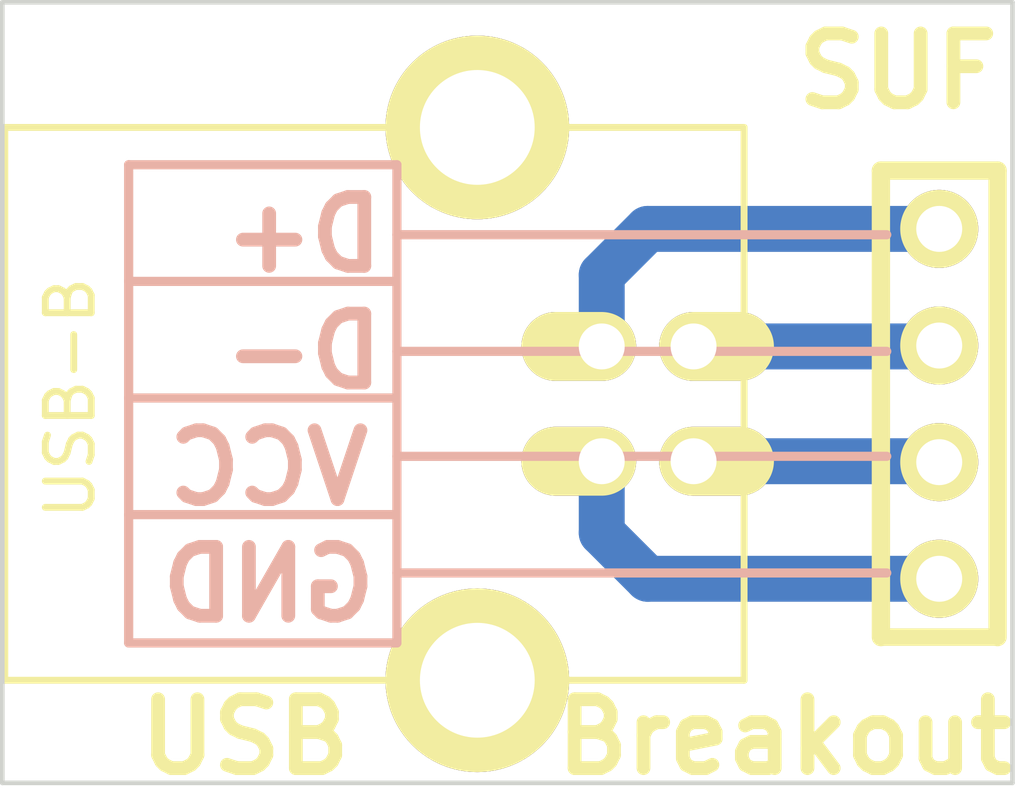
<source format=kicad_pcb>
(kicad_pcb (version 20241229) (generator "pcbnew") (generator_version "9.0")
  (layers (0 "F.Cu" signal) (2 "B.Cu" signal) (13 "F.Paste" user) (15 "B.Paste" user) (5 "F.SilkS" user) (7 "B.SilkS" user) (1 "F.Mask" user) (3 "B.Mask" user) (25 "Edge.Cuts" user))
  (net 0 "")
  (footprint "USB-B" (layer "F.Cu") (at 64.055 58.745 -90)
    (property "Reference" "USB-B" (at -0.127 12.573 270) (layer "F.SilkS"))
    (property "Value" "VAL**" (hide yes))
    (fp_line (start -6.02 14) (end -6.02 -2.1) (stroke (width 0.15)) (layer "F.SilkS"))
    (fp_line (start 6.02 14) (end -6.02 14) (stroke (width 0.15)) (layer "F.SilkS"))
    (fp_line (start -6.02 -2.1) (end 6.02 -2.1) (stroke (width 0.15)) (layer "F.SilkS"))
    (fp_line (start 6.02 -2.1) (end 6.02 14) (stroke (width 0.15)) (layer "F.SilkS"))
    (pad "" thru_hole circle (at -6.02 3.71 270) (size 4 4) (drill 2.5) (layers "*.Cu" "*.Mask" "F.SilkS"))
    (pad "" thru_hole circle (at 6.02 3.71 270) (size 4 4) (drill 2.5) (layers "*.Cu" "*.Mask" "F.SilkS"))
    (pad "1" thru_hole oval (at 1.25 -1 270) (size 1.5 2.5) (drill 1 (offset 0 -0.5)) (layers "*.Cu" "*.Mask" "F.SilkS"))
    (pad "2" thru_hole oval (at -1.25 -1 270) (size 1.5 2.5) (drill 1 (offset 0 -0.5)) (layers "*.Cu" "*.Mask" "F.SilkS"))
    (pad "3" thru_hole oval (at -1.25 1 270) (size 1.5 2.5) (drill 1 (offset 0 0.5)) (layers "*.Cu" "*.Mask" "F.SilkS"))
    (pad "4" thru_hole oval (at 1.25 1 270) (size 1.5 2.5) (drill 1 (offset 0 0.5)) (layers "*.Cu" "*.Mask" "F.SilkS"))
  )
  (footprint "HDR-4" (layer "F.Cu") (at 70.405 58.745 90)
    (property "Reference" "HDR-4" (hide yes))
    (property "Value" "VAL**" (hide yes))
    (fp_line (start 5.08 -1.27) (end 5.08 1.27) (stroke (width 0.39878)) (layer "F.SilkS"))
    (fp_line (start -5.08 -1.27) (end 5.08 -1.27) (stroke (width 0.39878)) (layer "F.SilkS"))
    (fp_line (start -5.08 -1.27) (end -5.08 1.27) (stroke (width 0.381)) (layer "F.SilkS"))
    (fp_line (start -5.08 1.27) (end 5.08 1.27) (stroke (width 0.39878)) (layer "F.SilkS"))
    (pad "1" thru_hole circle (at -3.81 0 90) (size 1.69926 1.69926) (drill 1.00076) (layers "*.Cu" "*.Mask" "F.SilkS"))
    (pad "2" thru_hole circle (at -1.27 0 90) (size 1.69926 1.69926) (drill 1.00076) (layers "*.Cu" "*.Mask" "F.SilkS"))
    (pad "3" thru_hole circle (at 1.27 0 90) (size 1.69926 1.69926) (drill 1.00076) (layers "*.Cu" "*.Mask" "F.SilkS"))
    (pad "4" thru_hole circle (at 3.81 0 90) (size 1.69926 1.69926) (drill 1.00076) (layers "*.Cu" "*.Mask" "F.SilkS"))
  )
  (gr_line (start 69.262 55.062) (end 58.594 55.062) (stroke (width 0.2)) (layer "B.SilkS"))
  (gr_line (start 58.594 58.618) (end 52.752 58.618) (stroke (width 0.2)) (layer "B.SilkS"))
  (gr_line (start 69.262 59.888) (end 58.594 59.888) (stroke (width 0.2)) (layer "B.SilkS"))
  (gr_line (start 69.262 57.602) (end 58.594 57.602) (stroke (width 0.2)) (layer "B.SilkS"))
  (gr_line (start 58.594 56.078) (end 52.752 56.078) (stroke (width 0.2)) (layer "B.SilkS"))
  (gr_line (start 52.752 63.952) (end 52.752 53.538) (stroke (width 0.2)) (layer "B.SilkS"))
  (gr_line (start 58.594 63.952) (end 52.752 63.952) (stroke (width 0.2)) (layer "B.SilkS"))
  (gr_line (start 52.752 53.538) (end 58.594 53.538) (stroke (width 0.2)) (layer "B.SilkS"))
  (gr_line (start 58.594 61.158) (end 52.752 61.158) (stroke (width 0.2)) (layer "B.SilkS"))
  (gr_line (start 58.594 53.538) (end 58.594 63.952) (stroke (width 0.2)) (layer "B.SilkS"))
  (gr_line (start 69.262 62.428) (end 58.594 62.428) (stroke (width 0.2)) (layer "B.SilkS"))
  (gr_line (start 50 50) (end 72 50) (stroke (width 0.1)) (layer "Edge.Cuts"))
  (gr_line (start 72 50) (end 72 67) (stroke (width 0.1)) (layer "Edge.Cuts"))
  (gr_line (start 72 67) (end 50 67) (stroke (width 0.1)) (layer "Edge.Cuts"))
  (gr_line (start 50 67) (end 50 50) (stroke (width 0.1)) (layer "Edge.Cuts"))
  (gr_text "SUF" (at 69.5 51.5 0) (layer "F.SilkS") (effects (font (size 1.5 1.5) (thickness 0.3))))
  (gr_text "USB    Breakout" (at 62.5 66 0) (layer "F.SilkS") (effects (font (size 1.5 1.5) (thickness 0.3))))
  (gr_text "GND" (at 55.8 62.682 0) (layer "B.SilkS") (effects (font (size 1.5 1.5) (thickness 0.3)) (justify mirror)))
  (gr_text "VCC" (at 55.8 60.142 0) (layer "B.SilkS") (effects (font (size 1.5 1.5) (thickness 0.3)) (justify mirror)))
  (gr_text "D-" (at 56.562 57.602 0) (layer "B.SilkS") (effects (font (size 1.5 1.5) (thickness 0.3)) (justify mirror)))
  (gr_text "D+" (at 56.562 55.062 0) (layer "B.SilkS") (effects (font (size 1.5 1.5) (thickness 0.3)) (justify mirror)))
  (segment (start 70.385 59.995) (end 70.405 60.015) (width 1) (layer "B.Cu") (net 0))
  (segment (start 63.055 61.555) (end 64.055 62.555) (width 1) (layer "B.Cu") (net 0))
  (segment (start 64.055 62.555) (end 70.405 62.555) (width 1) (layer "B.Cu") (net 0))
  (segment (start 63.055 55.935) (end 64.055 54.935) (width 1) (layer "B.Cu") (net 0))
  (segment (start 64.055 54.935) (end 70.405 54.935) (width 1) (layer "B.Cu") (net 0))
  (segment (start 70.385 57.495) (end 70.405 57.475) (width 1) (layer "B.Cu") (net 0))
  (segment (start 63.055 57.495) (end 63.055 55.935) (width 1) (layer "B.Cu") (net 0))
  (segment (start 63.055 59.995) (end 63.055 61.555) (width 1) (layer "B.Cu") (net 0))
  (segment (start 65.055 59.995) (end 70.385 59.995) (width 1) (layer "B.Cu") (net 0))
  (segment (start 65.055 57.495) (end 70.385 57.495) (width 1) (layer "B.Cu") (net 0))
)
</source>
